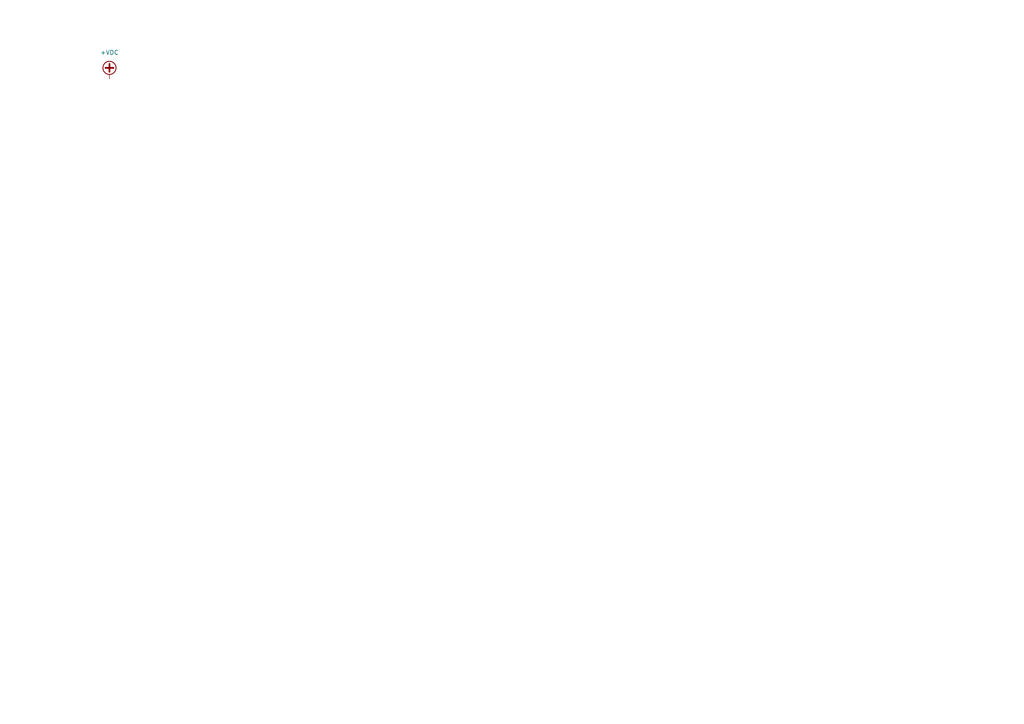
<source format=kicad_sch>
(kicad_sch (version 20211123) (generator eeschema)
  (paper "A4")
  (lib_symbols
    (symbol "power:+VDC" (power) (pin_names (offset 0))
      (property "Value" "+VDC" (at 0 6.35 0))
      (symbol "+VDC_0_1"
        (polyline (pts (xy -1.143 3.175) (xy 1.143 3.175)) (stroke (width 0.508)))
        (polyline (pts (xy 0 0) (xy 0 1.27)))
        (polyline (pts (xy 0 2.032) (xy 0 4.318)) (stroke (width 0.508)))
        (circle (center 0 3.175) (radius 1.905) (stroke (width 0.254)))
      )
      (symbol "+VDC_1_1"
        (pin power_in line (at 0 0 90) (length 0) hide (name "+VDC") (number "1"))
      )
    )
  )
  (symbol (lib_id "power:+VDC") (at 31.75 22.86 0) (unit 1)
    (property "Reference" "#PWR?" (effects hide))
    (property "Value" "+VDC" (at 31.75 15.24 0))
  )
)
</source>
